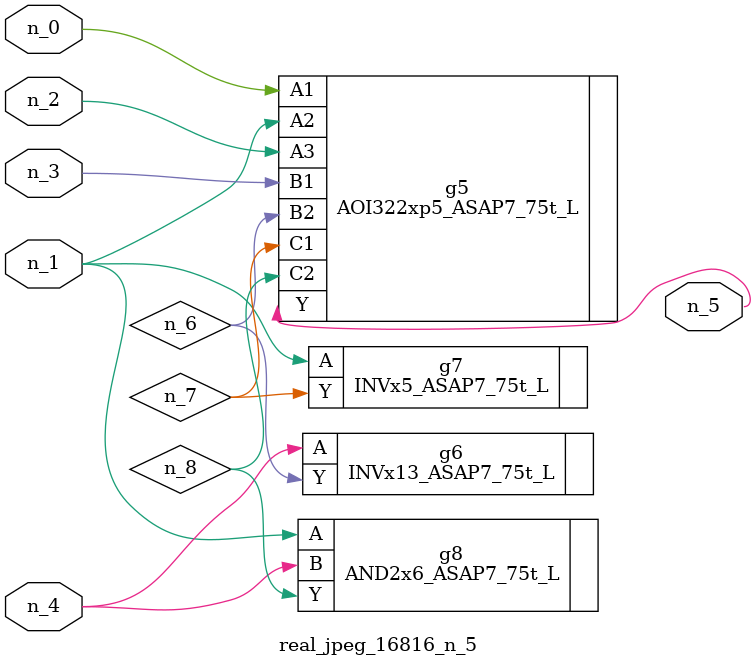
<source format=v>
module real_jpeg_16816_n_5 (n_4, n_0, n_1, n_2, n_3, n_5);

input n_4;
input n_0;
input n_1;
input n_2;
input n_3;

output n_5;

wire n_8;
wire n_6;
wire n_7;

AOI322xp5_ASAP7_75t_L g5 ( 
.A1(n_0),
.A2(n_1),
.A3(n_2),
.B1(n_3),
.B2(n_6),
.C1(n_7),
.C2(n_8),
.Y(n_5)
);

INVx5_ASAP7_75t_L g7 ( 
.A(n_1),
.Y(n_7)
);

AND2x6_ASAP7_75t_L g8 ( 
.A(n_1),
.B(n_4),
.Y(n_8)
);

INVx13_ASAP7_75t_L g6 ( 
.A(n_4),
.Y(n_6)
);


endmodule
</source>
